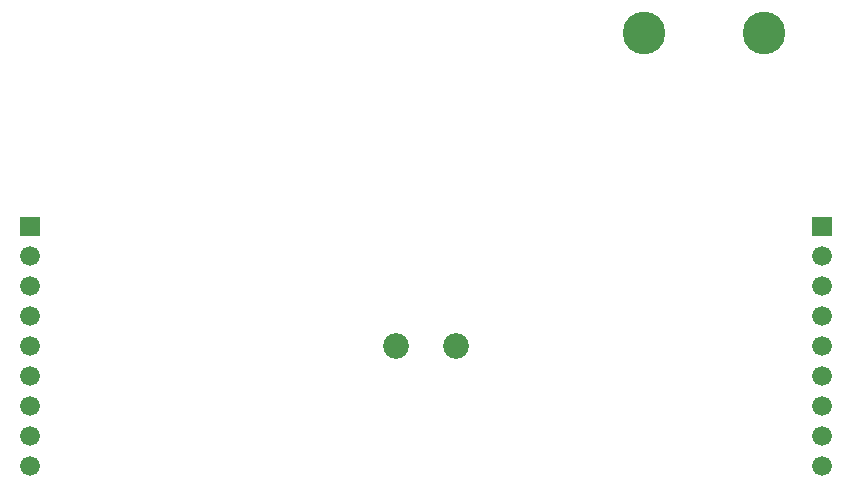
<source format=gbr>
G04 start of page 7 for group -4062 idx -4062 *
G04 Title: (unknown), soldermask *
G04 Creator: pcb 20140316 *
G04 CreationDate: Thu 02 Jul 2020 08:53:44 PM GMT UTC *
G04 For: railfan *
G04 Format: Gerber/RS-274X *
G04 PCB-Dimensions (mil): 2750.00 2500.00 *
G04 PCB-Coordinate-Origin: lower left *
%MOIN*%
%FSLAX25Y25*%
%LNBOTTOMMASK*%
%ADD46C,0.0860*%
%ADD45C,0.1420*%
%ADD44C,0.0660*%
%ADD43C,0.0001*%
G54D43*G36*
X266200Y88800D02*Y82200D01*
X272800D01*
Y88800D01*
X266200D01*
G37*
G54D44*X269500Y75500D03*
Y65500D03*
Y55500D03*
Y45500D03*
Y35500D03*
Y25500D03*
Y15500D03*
Y5500D03*
G54D45*X250000Y150000D03*
X210000D03*
G54D44*X5500Y55500D03*
Y45500D03*
Y35500D03*
Y25500D03*
G54D43*G36*
X2200Y88800D02*Y82200D01*
X8800D01*
Y88800D01*
X2200D01*
G37*
G54D44*X5500Y75500D03*
Y65500D03*
Y15500D03*
Y5500D03*
G54D46*X127500Y45500D03*
X147500D03*
M02*

</source>
